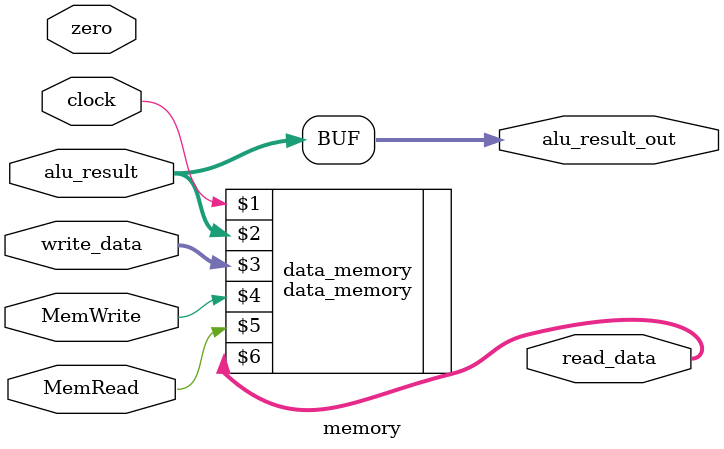
<source format=v>
module memory(clock, zero,alu_result,write_data,read_data, MemWrite, MemRead,alu_result_out);

input zero, MemWrite, MemRead,clock;
input [63:0] alu_result, write_data;

output [63:0] read_data, alu_result_out;

assign alu_result_out = alu_result;

data_memory data_memory(clock,alu_result,write_data,MemWrite,MemRead,read_data);

endmodule
</source>
